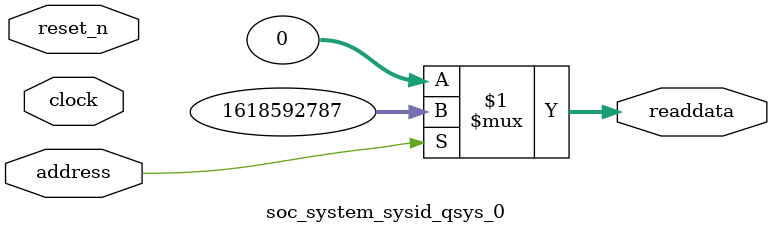
<source format=v>



// synthesis translate_off
`timescale 1ns / 1ps
// synthesis translate_on

// turn off superfluous verilog processor warnings 
// altera message_level Level1 
// altera message_off 10034 10035 10036 10037 10230 10240 10030 

module soc_system_sysid_qsys_0 (
               // inputs:
                address,
                clock,
                reset_n,

               // outputs:
                readdata
             )
;

  output  [ 31: 0] readdata;
  input            address;
  input            clock;
  input            reset_n;

  wire    [ 31: 0] readdata;
  //control_slave, which is an e_avalon_slave
  assign readdata = address ? 1618592787 : 0;

endmodule



</source>
